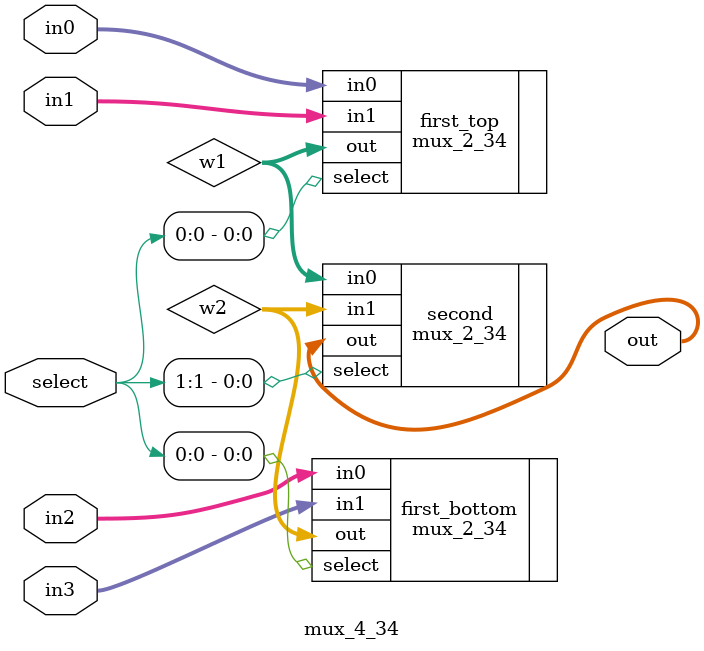
<source format=v>
module mux_4_34(select, in0, in1, in2, in3, out);
	input [1:0] select;
	input [33:0] in0, in1, in2, in3;
	output [33:0] out;
	wire [33:0] w1, w2;
	mux_2_34 first_top(.select(select[0]), .in0(in0), .in1(in1), .out(w1));
	mux_2_34 first_bottom(.select(select[0]), .in0(in2), .in1(in3), .out(w2));
	mux_2_34 second(.select(select[1]), .in0(w1), .in1(w2), .out(out));
endmodule

</source>
